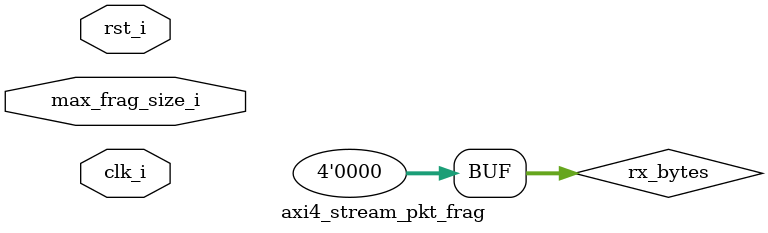
<source format=sv>
module axi4_stream_pkt_frag #(
  parameter int TDATA_WIDTH         = 64,
  parameter int TID_WIDTH           = 1,
  parameter int TDEST_WIDTH         = 1,
  parameter int TUSER_WIDTH         = 1,
  parameter int MAX_FRAG_SIZE       = 2048,
  parameter int MAX_FRAG_SIZE_WIDTH = $clog2( MAX_FRAG_SIZE )
)(
  input                           clk_i,
  input                           rst_i,
  input [MAX_FRAG_SIZE_WIDTH : 0] max_frag_size_i,
  axi4_stream_if.slave            pkt_i,
  axi4_stream_if.master           pkt_o
);

localparam int TDATA_WIDTH_B  = TDATA_WIDTH / 8;
localparam int BYTE_CNT_WIDTH = $clog2( TDATA_WIDTH_B ) + 1;
localparam int BUF_SIZE_B     = TDATA_WIDTH_B * 2;
localparam int BUF_CNT_WIDTH  = $clog2( BUF_SIZE_B );

logic                             rx_handshake;
logic                             tx_handshake;
logic [BYTE_CNT_WIDTH - 1: 0]     rx_bytes;
logic [BYTE_CNT_WIDTH - 1: 0]     tx_bytes;
logic [BYTE_CNT_WIDTH - 1 : 0]    shift;
logic [BUF_SIZE_B * 8 - 1 : 0]    tdata_buf;
logic [BUF_SIZE_B - 1 : 0]        tstrb_buf;
logic [BUF_SIZE_B - 1 : 0]        tkeep_buf;
logic [TID_WIDTH - 1 : 0]         tid_buf;
logic [TDEST_WIDTH - 1 : 0]       tdest_buf;
logic [TUSER_WIDTH - 1 : 0]       tuser_buf;
logic [BUF_CNT_WIDTH - 1 : 0]     bytes_in_buf;
logic [MAX_FRAG_SIZE_WIDTH : 0]   frag_bytes_left;
logic                             idle_flag;
logic                             was_eop;
logic                             flush_flag;
logic                             tfirst;
logic [MAX_FRAG_SIZE_WIDTH : 0]   max_frag_size_lock;
logic [MAX_FRAG_SIZE_WIDTH : 0]   max_frag_size;
logic                             buf_done;
logic                             frag_done;
logic                             acc_flag;
logic                             backpressure;

assign rx_handshake = pkt_i.tvalid && pkt_i.tready;
assign tx_handshake = pkt_o.tvalid && pkt_o.tready;

// Amount of ones in tkeep signal is amount of bytes to receive
always_comb
  begin
    rx_bytes = BYTE_CNT_WIDTH'( 0 );
    for( int i = 0; i < TDATA_WIDTH_B; i++ )
      if( pkt_i.tkeep[i] ) 
        rx_bytes++;
  end

// Shift register of incomning packet words
always_ff @( posedge clk_i, posedge rst_i )
  if( rst_i )
    begin
      tdata_buf <= ( BUF_SIZE_B * 8 )'( 0 );
      tstrb_buf <= BUF_SIZE_B'( 0 );
      tkeep_buf <= BUF_SIZE_B'( 0 );
      tid_buf   <= TID_WIDTH'( 0 );
      tdest_buf <= TDEST_WIDTH'( 0 );
      tuser_buf <= TUSER_WIDTH'( 0 );
    end
  else
    if( rx_handshake )
      begin
        tdata_buf <= { pkt_i.tdata, tdata_buf[BUF_SIZE_B * 8 - 1 : TDATA_WIDTH_B * 8] };
        tstrb_buf <= { pkt_i.tstrb, tstrb_buf[BUF_SIZE_B - 1 : TDATA_WIDTH_B] };
        tkeep_buf <= { pkt_i.tkeep, tkeep_buf[BUF_SIZE_B - 1 : TDATA_WIDTH_B] };
        // I don't know what to do with these signals, leave them as is
        if( tfirst )
          begin
            tid_buf   <= pkt_i.tid;
            tdest_buf <= pkt_i.tdest;
            tuser_buf <= pkt_i.tuser;
          end
        else
          if( tx_handshake )
            begin
              tid_buf   <= TID_WIDTH'( 0 );
              tdest_buf <= TDEST_WIDTH'( 0 );
              tuser_buf <= TUSER_WIDTH'( 0 );
            end
      end

// Amount of actual bytes in buffer
always_ff @( posedge clk_i, posedge rst_i )
  if( rst_i )
    bytes_in_buf <= BUF_CNT_WIDTH'( 0 );
  else
    if( rx_handshake && tx_handshake )
      bytes_in_buf <= bytes_in_buf + BUF_CNT_WIDTH'( rx_bytes ) - BUF_CNT_WIDTH'( tx_bytes );
    else
      if( rx_handshake )
        bytes_in_buf <= bytes_in_buf + BUF_CNT_WIDTH'( rx_bytes );
      else
        if( tx_handshake )
          bytes_in_buf <= bytes_in_buf - BUF_CNT_WIDTH'( tx_bytes );

// Used to determine if the previous packet has ended
always_ff @( posedge clk_i, posedge rst_i )
  if( rst_i )
    was_eop <= 1'b1;
  else
    if( rx_handshake )
      if( pkt_i.tlast )
        was_eop <= 1'b1;
      else
        was_eop <= 1'b0;

// Flag is determining the state when the incoming packet has ended and we
// still have bytes to send in buffer
assign flush_flag = was_eop && ( BUF_CNT_WIDTH'( tx_bytes ) < bytes_in_buf || !pkt_o.tready );
// Interface is idle when incoming packet has ended and no more bytes left in
// buffer
assign idle_flag  = was_eop && bytes_in_buf == BUF_CNT_WIDTH'( 0 );

// How many bytes we can send in current fragment
always_ff @( posedge clk_i, posedge rst_i )
  if( rst_i )
    frag_bytes_left <= '0;
  else
    // Idle flag is used to initialize frag_bytes_left before the first packet
    // or if frag size is changed between packets 
    if( pkt_o.tlast && tx_handshake || idle_flag )
      frag_bytes_left <= max_frag_size;
    else
      if( tx_handshake )
        frag_bytes_left <= frag_bytes_left - tx_bytes;

always_comb
  // Both fragment can handle whole word and there is whole word in buffer
  if( frag_bytes_left > MAX_FRAG_SIZE_WIDTH'( TDATA_WIDTH_B ) && bytes_in_buf > BUF_CNT_WIDTH'( TDATA_WIDTH_B ) )
    tx_bytes = BYTE_CNT_WIDTH'( TDATA_WIDTH_B );
  else
    // There is plenty space in fragment, but not in buffer
    if( frag_bytes_left > MAX_FRAG_SIZE_WIDTH'( TDATA_WIDTH_B ) || frag_bytes_left > MAX_FRAG_SIZE_WIDTH'( bytes_in_buf ) )
      tx_bytes = BYTE_CNT_WIDTH'( bytes_in_buf );
    // There is plenty space in buffer, but not in fragment
    else
      tx_bytes = BYTE_CNT_WIDTH'( frag_bytes_left );

// First word of the packet
assign tfirst = was_eop && rx_handshake;

// Locking fragment size in the first word of the packet
always_ff @( posedge clk_i, posedge rst_i )
  if( rst_i )
    max_frag_size_lock <= '0;
  else
    if( tfirst )
      max_frag_size_lock <= max_frag_size_i;

// For first word we use value from input and then the locked value
assign max_frag_size = tfirst ? max_frag_size_i : max_frag_size_lock;

// Core part of the module
// Decides which part of buffer we will transmit
always_ff @( posedge clk_i, posedge rst_i )
  if( rst_i )
    shift <= BYTE_CNT_WIDTH'( TDATA_WIDTH_B );
  else
    // When we are fine and we are sending as much bytes as we can
    if( bytes_in_buf == BUF_CNT_WIDTH'( tx_bytes ) && tx_handshake )
      shift <= BYTE_CNT_WIDTH'( TDATA_WIDTH_B );
    else
      // Instead of rx_bytes we are shifting data by TDATA_WIDTH_B value
      // because input shift reg is shifting whole words
      // In other thing its the same as bytes_in_buf...
      if( tx_handshake && rx_handshake )
        shift <= shift - BYTE_CNT_WIDTH'( TDATA_WIDTH_B ) + ( BYTE_CNT_WIDTH )'( tx_bytes );
      else
        if( tx_handshake )
          shift <= shift + BYTE_CNT_WIDTH'( tx_bytes );
        else
          // ...exept this one. We reduce shift only if there were some data
          // before new word was accepted
          if( rx_handshake && bytes_in_buf > BUF_CNT_WIDTH'( 0 ) )
            shift <= shift - BYTE_CNT_WIDTH'( TDATA_WIDTH_B );

// Incoming packet has ended and buffer is about to be emptied
assign buf_done  = bytes_in_buf == tx_bytes && was_eop;

// When we are about to sent last word of the fragment
assign frag_done = frag_bytes_left == tx_bytes;

// When we are collecting bytes for one transfer, i.e. there is not enough
// bytes for single transfer
assign acc_flag  = tx_bytes < frag_bytes_left && tx_bytes < bytes_in_buf && 
                   tx_bytes != TDATA_WIDTH_B;

// We can't receive more bytes when we have more than TDATA_WIDTH_B bytes in
// buffer or we are flushing buffer after incoming packet has ended
assign backpressure = bytes_in_buf >= BUF_SIZE_B'( TDATA_WIDTH_B ) || flush_flag;

// Selection of tdata, tkeep and tstrb depending on shift value
always_comb
  for( int i = 0; i < TDATA_WIDTH_B; i++ )
    if( BYTE_CNT_WIDTH'( i ) < tx_bytes )
      begin
        pkt_o.tstrb[i] = tstrb_buf[shift + i];
        pkt_o.tkeep[i] = tkeep_buf[shift + i];
      end
    else
      begin
        pkt_o.tstrb[i] = 1'b0;
        pkt_o.tkeep[i] = 1'b0;
      end

assign pkt_o.tdata  = tdata_buf[TDATA_WIDTH_B * 8 + shift * 8 - 1 -: TDATA_WIDTH_B * 8];
assign pkt_o.tlast  = buf_done || frag_done;
assign pkt_o.tvalid = !acc_flag && !idle_flag;
assign pkt_o.tid    = tid_buf;
assign pkt_o.tdest  = tdest_buf;
assign pkt_o.tuser  = tuser_buf;
assign pkt_i.tready = !backpressure;

endmodule

</source>
